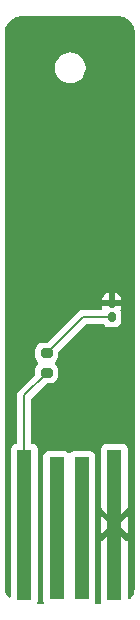
<source format=gbr>
%TF.GenerationSoftware,KiCad,Pcbnew,9.0.3*%
%TF.CreationDate,2025-07-17T12:17:47-07:00*%
%TF.ProjectId,LES Keychain,4c455320-4b65-4796-9368-61696e2e6b69,rev?*%
%TF.SameCoordinates,Original*%
%TF.FileFunction,Copper,L1,Top*%
%TF.FilePolarity,Positive*%
%FSLAX46Y46*%
G04 Gerber Fmt 4.6, Leading zero omitted, Abs format (unit mm)*
G04 Created by KiCad (PCBNEW 9.0.3) date 2025-07-17 12:17:47*
%MOMM*%
%LPD*%
G01*
G04 APERTURE LIST*
G04 Aperture macros list*
%AMRoundRect*
0 Rectangle with rounded corners*
0 $1 Rounding radius*
0 $2 $3 $4 $5 $6 $7 $8 $9 X,Y pos of 4 corners*
0 Add a 4 corners polygon primitive as box body*
4,1,4,$2,$3,$4,$5,$6,$7,$8,$9,$2,$3,0*
0 Add four circle primitives for the rounded corners*
1,1,$1+$1,$2,$3*
1,1,$1+$1,$4,$5*
1,1,$1+$1,$6,$7*
1,1,$1+$1,$8,$9*
0 Add four rect primitives between the rounded corners*
20,1,$1+$1,$2,$3,$4,$5,0*
20,1,$1+$1,$4,$5,$6,$7,0*
20,1,$1+$1,$6,$7,$8,$9,0*
20,1,$1+$1,$8,$9,$2,$3,0*%
G04 Aperture macros list end*
%TA.AperFunction,SMDPad,CuDef*%
%ADD10RoundRect,0.160000X-0.160000X0.222500X-0.160000X-0.222500X0.160000X-0.222500X0.160000X0.222500X0*%
%TD*%
%TA.AperFunction,SMDPad,CuDef*%
%ADD11R,1.270000X12.700000*%
%TD*%
%TA.AperFunction,SMDPad,CuDef*%
%ADD12R,1.270000X12.065000*%
%TD*%
%TA.AperFunction,SMDPad,CuDef*%
%ADD13RoundRect,0.200000X0.275000X-0.200000X0.275000X0.200000X-0.275000X0.200000X-0.275000X-0.200000X0*%
%TD*%
%TA.AperFunction,Conductor*%
%ADD14C,0.200000*%
%TD*%
G04 APERTURE END LIST*
D10*
%TO.P,D1,1,K*%
%TO.N,GND*%
X139000000Y-105927500D03*
%TO.P,D1,2,A*%
%TO.N,Net-(D1-A)*%
X139000000Y-107072500D03*
%TD*%
D11*
%TO.P,U1,1,VCC*%
%TO.N,Net-(U1-VCC)*%
X131610500Y-124682500D03*
D12*
%TO.P,U1,2,D-*%
%TO.N,unconnected-(U1-D--Pad2)*%
X134341000Y-125000000D03*
%TO.P,U1,3,D+*%
%TO.N,unconnected-(U1-D+-Pad3)*%
X136500000Y-125000000D03*
D11*
%TO.P,U1,4,GND*%
%TO.N,GND*%
X139230500Y-124682500D03*
%TD*%
D13*
%TO.P,R1,1*%
%TO.N,Net-(U1-VCC)*%
X133500000Y-111825000D03*
%TO.P,R1,2*%
%TO.N,Net-(D1-A)*%
X133500000Y-110175000D03*
%TD*%
D14*
%TO.N,Net-(D1-A)*%
X139000000Y-107072500D02*
X136602500Y-107072500D01*
X136602500Y-107072500D02*
X133500000Y-110175000D01*
%TO.N,Net-(U1-VCC)*%
X131610500Y-124682500D02*
X131610500Y-113714500D01*
X131610500Y-113714500D02*
X133500000Y-111825000D01*
X131500000Y-124572000D02*
X131610500Y-124682500D01*
%TD*%
%TA.AperFunction,Conductor*%
%TO.N,GND*%
G36*
X139504418Y-81600816D02*
G01*
X139704561Y-81615130D01*
X139722063Y-81617647D01*
X139913797Y-81659355D01*
X139930755Y-81664334D01*
X140114609Y-81732909D01*
X140130701Y-81740259D01*
X140302904Y-81834288D01*
X140317784Y-81843849D01*
X140474867Y-81961441D01*
X140488237Y-81973027D01*
X140626972Y-82111762D01*
X140638558Y-82125132D01*
X140756146Y-82282210D01*
X140765711Y-82297095D01*
X140859740Y-82469298D01*
X140867090Y-82485390D01*
X140935662Y-82669236D01*
X140940646Y-82686212D01*
X140982351Y-82877931D01*
X140984869Y-82895442D01*
X140999184Y-83095580D01*
X140999500Y-83104427D01*
X140999500Y-129895572D01*
X140999184Y-129904419D01*
X140984869Y-130104557D01*
X140982351Y-130122068D01*
X140940646Y-130313787D01*
X140935662Y-130330763D01*
X140867090Y-130514609D01*
X140859740Y-130530701D01*
X140765711Y-130702904D01*
X140756146Y-130717789D01*
X140638558Y-130874867D01*
X140626973Y-130888236D01*
X140577182Y-130938028D01*
X140515859Y-130971514D01*
X140446168Y-130966530D01*
X140390234Y-130924659D01*
X140365816Y-130859195D01*
X140365500Y-130850348D01*
X140365500Y-126077500D01*
X140346159Y-126069489D01*
X140345078Y-126070080D01*
X140275386Y-126065094D01*
X140231042Y-126036594D01*
X139230500Y-125036052D01*
X138229957Y-126036594D01*
X138168634Y-126070079D01*
X138121546Y-126066711D01*
X138095500Y-126077500D01*
X138095500Y-131080344D01*
X138101901Y-131139872D01*
X138101903Y-131139879D01*
X138136324Y-131232167D01*
X138141308Y-131301859D01*
X138107823Y-131363182D01*
X138046499Y-131396666D01*
X138020142Y-131399500D01*
X137710891Y-131399500D01*
X137643852Y-131379815D01*
X137598097Y-131327011D01*
X137588153Y-131257853D01*
X137594709Y-131232167D01*
X137611908Y-131186052D01*
X137629091Y-131139983D01*
X137635500Y-131080373D01*
X137635500Y-125463948D01*
X138095500Y-125463948D01*
X138876948Y-124682500D01*
X138876948Y-124682499D01*
X139584052Y-124682499D01*
X139584052Y-124682500D01*
X140365499Y-125463948D01*
X140365500Y-125463947D01*
X140365500Y-123901052D01*
X140365499Y-123901051D01*
X139584052Y-124682499D01*
X138876948Y-124682499D01*
X138095500Y-123901051D01*
X138095500Y-125463948D01*
X137635500Y-125463948D01*
X137635499Y-118919628D01*
X137629091Y-118860017D01*
X137578796Y-118725169D01*
X137578795Y-118725168D01*
X137578793Y-118725164D01*
X137492547Y-118609955D01*
X137492544Y-118609952D01*
X137377335Y-118523706D01*
X137377328Y-118523702D01*
X137242482Y-118473408D01*
X137242483Y-118473408D01*
X137182883Y-118467001D01*
X137182881Y-118467000D01*
X137182873Y-118467000D01*
X137182864Y-118467000D01*
X135817129Y-118467000D01*
X135817123Y-118467001D01*
X135757516Y-118473408D01*
X135622671Y-118523702D01*
X135622664Y-118523706D01*
X135500355Y-118615268D01*
X135499415Y-118614013D01*
X135446858Y-118642712D01*
X135377166Y-118637728D01*
X135341156Y-118614585D01*
X135340645Y-118615268D01*
X135218335Y-118523706D01*
X135218328Y-118523702D01*
X135083482Y-118473408D01*
X135083483Y-118473408D01*
X135023883Y-118467001D01*
X135023881Y-118467000D01*
X135023873Y-118467000D01*
X135023864Y-118467000D01*
X133658129Y-118467000D01*
X133658123Y-118467001D01*
X133598516Y-118473408D01*
X133463671Y-118523702D01*
X133463664Y-118523706D01*
X133348455Y-118609952D01*
X133348452Y-118609955D01*
X133262206Y-118725164D01*
X133262202Y-118725171D01*
X133211908Y-118860017D01*
X133205501Y-118919616D01*
X133205501Y-118919623D01*
X133205500Y-118919635D01*
X133205500Y-131080370D01*
X133205501Y-131080376D01*
X133211908Y-131139983D01*
X133246291Y-131232167D01*
X133251275Y-131301859D01*
X133217790Y-131363182D01*
X133156466Y-131396666D01*
X133130109Y-131399500D01*
X132821391Y-131399500D01*
X132754352Y-131379815D01*
X132708597Y-131327011D01*
X132698653Y-131257853D01*
X132705209Y-131232167D01*
X132722408Y-131186052D01*
X132739591Y-131139983D01*
X132746000Y-131080373D01*
X132745999Y-118284655D01*
X138095500Y-118284655D01*
X138095500Y-123287499D01*
X138114836Y-123295509D01*
X138115914Y-123294921D01*
X138185606Y-123299903D01*
X138229957Y-123328405D01*
X139230499Y-124328947D01*
X140231042Y-123328405D01*
X140292365Y-123294920D01*
X140339455Y-123298287D01*
X140365500Y-123287499D01*
X140365500Y-118284672D01*
X140365499Y-118284655D01*
X140359098Y-118225127D01*
X140359096Y-118225120D01*
X140308854Y-118090413D01*
X140308850Y-118090406D01*
X140222690Y-117975312D01*
X140222687Y-117975309D01*
X140107593Y-117889149D01*
X140107586Y-117889145D01*
X139972879Y-117838903D01*
X139972872Y-117838901D01*
X139913344Y-117832500D01*
X138547655Y-117832500D01*
X138488127Y-117838901D01*
X138488120Y-117838903D01*
X138353413Y-117889145D01*
X138353406Y-117889149D01*
X138238312Y-117975309D01*
X138238309Y-117975312D01*
X138152149Y-118090406D01*
X138152145Y-118090413D01*
X138101903Y-118225120D01*
X138101901Y-118225127D01*
X138095500Y-118284655D01*
X132745999Y-118284655D01*
X132745999Y-118284628D01*
X132739591Y-118225017D01*
X132689384Y-118090406D01*
X132689297Y-118090171D01*
X132689293Y-118090164D01*
X132603047Y-117974955D01*
X132603044Y-117974952D01*
X132487835Y-117888706D01*
X132487828Y-117888702D01*
X132352982Y-117838408D01*
X132352984Y-117838408D01*
X132321744Y-117835050D01*
X132257193Y-117808312D01*
X132217345Y-117750919D01*
X132211000Y-117711761D01*
X132211000Y-114014597D01*
X132230685Y-113947558D01*
X132247319Y-113926916D01*
X133412417Y-112761819D01*
X133473740Y-112728334D01*
X133500098Y-112725500D01*
X133831613Y-112725500D01*
X133831616Y-112725500D01*
X133902196Y-112719086D01*
X134064606Y-112668478D01*
X134210185Y-112580472D01*
X134330472Y-112460185D01*
X134418478Y-112314606D01*
X134469086Y-112152196D01*
X134475500Y-112081616D01*
X134475500Y-111568384D01*
X134469086Y-111497804D01*
X134418478Y-111335394D01*
X134330472Y-111189815D01*
X134330470Y-111189813D01*
X134330469Y-111189811D01*
X134228339Y-111087681D01*
X134194854Y-111026358D01*
X134199838Y-110956666D01*
X134228339Y-110912319D01*
X134330468Y-110810189D01*
X134330469Y-110810188D01*
X134330472Y-110810185D01*
X134418478Y-110664606D01*
X134469086Y-110502196D01*
X134475500Y-110431616D01*
X134475500Y-110100097D01*
X134495185Y-110033058D01*
X134511819Y-110012416D01*
X136814917Y-107709319D01*
X136876240Y-107675834D01*
X136902598Y-107673000D01*
X138232550Y-107673000D01*
X138299589Y-107692685D01*
X138320231Y-107709319D01*
X138429665Y-107818753D01*
X138429670Y-107818757D01*
X138566929Y-107901732D01*
X138566933Y-107901734D01*
X138621100Y-107918612D01*
X138720067Y-107949452D01*
X138786619Y-107955500D01*
X139213380Y-107955499D01*
X139213388Y-107955499D01*
X139279926Y-107949453D01*
X139279927Y-107949452D01*
X139279933Y-107949452D01*
X139433069Y-107901733D01*
X139503717Y-107859024D01*
X139570329Y-107818757D01*
X139570330Y-107818755D01*
X139570335Y-107818753D01*
X139683753Y-107705335D01*
X139766733Y-107568069D01*
X139814452Y-107414933D01*
X139820500Y-107348381D01*
X139820499Y-106796620D01*
X139820499Y-106796611D01*
X139814453Y-106730073D01*
X139814452Y-106730070D01*
X139814452Y-106730067D01*
X139771423Y-106591981D01*
X139766734Y-106576933D01*
X139766733Y-106576931D01*
X139758713Y-106563664D01*
X139740878Y-106496109D01*
X139758717Y-106435361D01*
X139766273Y-106422861D01*
X139813957Y-106269838D01*
X139820000Y-106203337D01*
X139820000Y-106177500D01*
X138180000Y-106177500D01*
X138180000Y-106203337D01*
X138186043Y-106269840D01*
X138198903Y-106311111D01*
X138200053Y-106380971D01*
X138163252Y-106440363D01*
X138100183Y-106470431D01*
X138080517Y-106472000D01*
X136689170Y-106472000D01*
X136689154Y-106471999D01*
X136681558Y-106471999D01*
X136523443Y-106471999D01*
X136447079Y-106492461D01*
X136370714Y-106512923D01*
X136370709Y-106512926D01*
X136233790Y-106591975D01*
X136233782Y-106591981D01*
X133587584Y-109238181D01*
X133526261Y-109271666D01*
X133499903Y-109274500D01*
X133168384Y-109274500D01*
X133149145Y-109276248D01*
X133097807Y-109280913D01*
X132935393Y-109331522D01*
X132789811Y-109419530D01*
X132669530Y-109539811D01*
X132581522Y-109685393D01*
X132530913Y-109847807D01*
X132524500Y-109918386D01*
X132524500Y-110431613D01*
X132530913Y-110502192D01*
X132581522Y-110664606D01*
X132669530Y-110810188D01*
X132771661Y-110912319D01*
X132805146Y-110973642D01*
X132800162Y-111043334D01*
X132771661Y-111087681D01*
X132669531Y-111189810D01*
X132669530Y-111189811D01*
X132581522Y-111335393D01*
X132530913Y-111497807D01*
X132524500Y-111568386D01*
X132524500Y-111899902D01*
X132504815Y-111966941D01*
X132488181Y-111987583D01*
X131129981Y-113345782D01*
X131129979Y-113345785D01*
X131079861Y-113432594D01*
X131079859Y-113432596D01*
X131050925Y-113482709D01*
X131050924Y-113482710D01*
X131050923Y-113482715D01*
X131009999Y-113635443D01*
X131009999Y-113635445D01*
X131009999Y-113803546D01*
X131010000Y-113803559D01*
X131010000Y-117711761D01*
X130990315Y-117778800D01*
X130937511Y-117824555D01*
X130899254Y-117835051D01*
X130868016Y-117838409D01*
X130733171Y-117888702D01*
X130733164Y-117888706D01*
X130617955Y-117974952D01*
X130617952Y-117974955D01*
X130531706Y-118090164D01*
X130531702Y-118090171D01*
X130481408Y-118225017D01*
X130475001Y-118284616D01*
X130475001Y-118284623D01*
X130475000Y-118284635D01*
X130475000Y-130740833D01*
X130466356Y-130770269D01*
X130459833Y-130800259D01*
X130456601Y-130803490D01*
X130455315Y-130807872D01*
X130432134Y-130827957D01*
X130410428Y-130849665D01*
X130405962Y-130850636D01*
X130402511Y-130853627D01*
X130372142Y-130857993D01*
X130342155Y-130864517D01*
X130337875Y-130862920D01*
X130333353Y-130863571D01*
X130305441Y-130850824D01*
X130276690Y-130840101D01*
X130272259Y-130835670D01*
X130269797Y-130834546D01*
X130251733Y-130815144D01*
X130196104Y-130740833D01*
X130178849Y-130717784D01*
X130169288Y-130702904D01*
X130075259Y-130530701D01*
X130067909Y-130514609D01*
X130007091Y-130351551D01*
X129999334Y-130330755D01*
X129994355Y-130313797D01*
X129952647Y-130122063D01*
X129950130Y-130104556D01*
X129935816Y-129904418D01*
X129935500Y-129895572D01*
X129935500Y-105651662D01*
X138180000Y-105651662D01*
X138180000Y-105677500D01*
X138750000Y-105677500D01*
X139250000Y-105677500D01*
X139820000Y-105677500D01*
X139820000Y-105651662D01*
X139813956Y-105585156D01*
X139766275Y-105432140D01*
X139766273Y-105432136D01*
X139683360Y-105294980D01*
X139683357Y-105294976D01*
X139570023Y-105181642D01*
X139570019Y-105181639D01*
X139432863Y-105098726D01*
X139432859Y-105098724D01*
X139279843Y-105051043D01*
X139279844Y-105051043D01*
X139250000Y-105048331D01*
X139250000Y-105677500D01*
X138750000Y-105677500D01*
X138750000Y-105048331D01*
X138720155Y-105051043D01*
X138567140Y-105098724D01*
X138567136Y-105098726D01*
X138429980Y-105181639D01*
X138429976Y-105181642D01*
X138316642Y-105294976D01*
X138316639Y-105294980D01*
X138233726Y-105432136D01*
X138233724Y-105432140D01*
X138186043Y-105585156D01*
X138180000Y-105651662D01*
X129935500Y-105651662D01*
X129935500Y-85897648D01*
X134199500Y-85897648D01*
X134199500Y-86102351D01*
X134231522Y-86304534D01*
X134294781Y-86499223D01*
X134387715Y-86681613D01*
X134508028Y-86847213D01*
X134652786Y-86991971D01*
X134807749Y-87104556D01*
X134818390Y-87112287D01*
X134934607Y-87171503D01*
X135000776Y-87205218D01*
X135000778Y-87205218D01*
X135000781Y-87205220D01*
X135105137Y-87239127D01*
X135195465Y-87268477D01*
X135296557Y-87284488D01*
X135397648Y-87300500D01*
X135397649Y-87300500D01*
X135602351Y-87300500D01*
X135602352Y-87300500D01*
X135804534Y-87268477D01*
X135999219Y-87205220D01*
X136181610Y-87112287D01*
X136274590Y-87044732D01*
X136347213Y-86991971D01*
X136347215Y-86991968D01*
X136347219Y-86991966D01*
X136491966Y-86847219D01*
X136491968Y-86847215D01*
X136491971Y-86847213D01*
X136544732Y-86774590D01*
X136612287Y-86681610D01*
X136705220Y-86499219D01*
X136768477Y-86304534D01*
X136800500Y-86102352D01*
X136800500Y-85897648D01*
X136768477Y-85695466D01*
X136705220Y-85500781D01*
X136705218Y-85500778D01*
X136705218Y-85500776D01*
X136671503Y-85434607D01*
X136612287Y-85318390D01*
X136604556Y-85307749D01*
X136491971Y-85152786D01*
X136347213Y-85008028D01*
X136181613Y-84887715D01*
X136181612Y-84887714D01*
X136181610Y-84887713D01*
X136124653Y-84858691D01*
X135999223Y-84794781D01*
X135804534Y-84731522D01*
X135629995Y-84703878D01*
X135602352Y-84699500D01*
X135397648Y-84699500D01*
X135373329Y-84703351D01*
X135195465Y-84731522D01*
X135000776Y-84794781D01*
X134818386Y-84887715D01*
X134652786Y-85008028D01*
X134508028Y-85152786D01*
X134387715Y-85318386D01*
X134294781Y-85500776D01*
X134231522Y-85695465D01*
X134199500Y-85897648D01*
X129935500Y-85897648D01*
X129935500Y-83104427D01*
X129935816Y-83095581D01*
X129950130Y-82895443D01*
X129950131Y-82895434D01*
X129952646Y-82877938D01*
X129994356Y-82686199D01*
X129999333Y-82669248D01*
X130067911Y-82485385D01*
X130075259Y-82469298D01*
X130137815Y-82354734D01*
X130169291Y-82297089D01*
X130178845Y-82282221D01*
X130296448Y-82125123D01*
X130308020Y-82111769D01*
X130446769Y-81973020D01*
X130460123Y-81961448D01*
X130617221Y-81843845D01*
X130632089Y-81834291D01*
X130804298Y-81740258D01*
X130820385Y-81732911D01*
X131004248Y-81664333D01*
X131021199Y-81659356D01*
X131212938Y-81617646D01*
X131230436Y-81615130D01*
X131430582Y-81600816D01*
X131439428Y-81600500D01*
X131500892Y-81600500D01*
X139434108Y-81600500D01*
X139495572Y-81600500D01*
X139504418Y-81600816D01*
G37*
%TD.AperFunction*%
%TD*%
M02*

</source>
